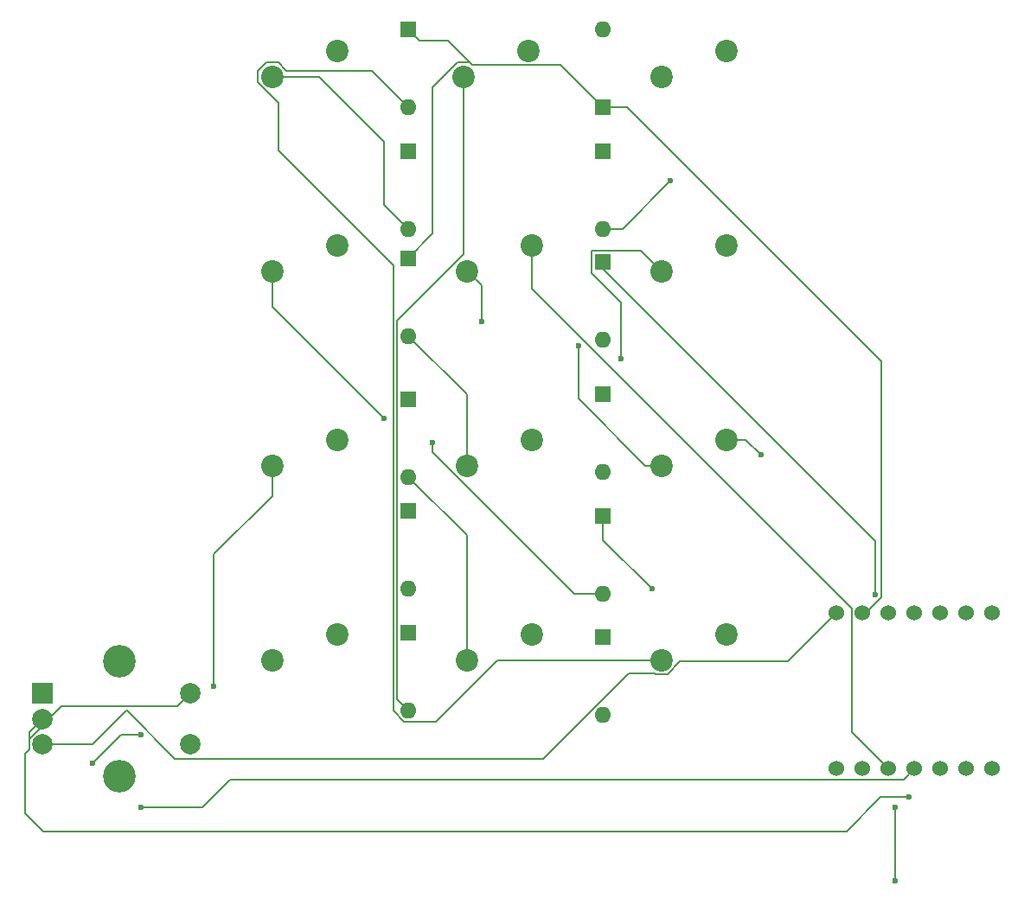
<source format=gbr>
%TF.GenerationSoftware,KiCad,Pcbnew,8.0.8*%
%TF.CreationDate,2025-02-18T21:29:08-08:00*%
%TF.ProjectId,Turtlepad,54757274-6c65-4706-9164-2e6b69636164,rev?*%
%TF.SameCoordinates,Original*%
%TF.FileFunction,Copper,L2,Bot*%
%TF.FilePolarity,Positive*%
%FSLAX46Y46*%
G04 Gerber Fmt 4.6, Leading zero omitted, Abs format (unit mm)*
G04 Created by KiCad (PCBNEW 8.0.8) date 2025-02-18 21:29:08*
%MOMM*%
%LPD*%
G01*
G04 APERTURE LIST*
%TA.AperFunction,ComponentPad*%
%ADD10C,2.200000*%
%TD*%
%TA.AperFunction,ComponentPad*%
%ADD11C,1.524000*%
%TD*%
%TA.AperFunction,ComponentPad*%
%ADD12R,2.000000X2.000000*%
%TD*%
%TA.AperFunction,ComponentPad*%
%ADD13C,2.000000*%
%TD*%
%TA.AperFunction,ComponentPad*%
%ADD14C,3.200000*%
%TD*%
%TA.AperFunction,ComponentPad*%
%ADD15R,1.600000X1.600000*%
%TD*%
%TA.AperFunction,ComponentPad*%
%ADD16O,1.600000X1.600000*%
%TD*%
%TA.AperFunction,ViaPad*%
%ADD17C,0.600000*%
%TD*%
%TA.AperFunction,Conductor*%
%ADD18C,0.200000*%
%TD*%
G04 APERTURE END LIST*
D10*
%TO.P,SW8,1,1*%
%TO.N,Net-(U1-GPIO2{slash}SCK)*%
X131127500Y-68738750D03*
%TO.P,SW8,2,2*%
%TO.N,Net-(D6-A)*%
X124777500Y-71278750D03*
%TD*%
%TO.P,SW3,1,1*%
%TO.N,Net-(U1-GPIO1{slash}RX)*%
X93027500Y-87788750D03*
%TO.P,SW3,2,2*%
%TO.N,Net-(D4-A)*%
X86677500Y-90328750D03*
%TD*%
%TO.P,SW12,1,1*%
%TO.N,Net-(U1-GPIO1{slash}RX)*%
X93027500Y-106838750D03*
%TO.P,SW12,2,2*%
%TO.N,Net-(D12-A)*%
X86677500Y-109378750D03*
%TD*%
%TO.P,SW10,1,1*%
%TO.N,unconnected-(SW10-Pad1)*%
X131127500Y-106838750D03*
%TO.P,SW10,2,2*%
%TO.N,Net-(D13-A)*%
X124777500Y-109378750D03*
%TD*%
%TO.P,SW7,1,1*%
%TO.N,Net-(U1-GPIO2{slash}SCK)*%
X131127500Y-49688750D03*
%TO.P,SW7,2,2*%
%TO.N,Net-(D3-A)*%
X124777500Y-52228750D03*
%TD*%
%TO.P,SW5,1,1*%
%TO.N,Net-(U1-GPIO4{slash}MISO)*%
X112077500Y-68738750D03*
%TO.P,SW5,2,2*%
%TO.N,Net-(D8-A)*%
X105727500Y-71278750D03*
%TD*%
D11*
%TO.P,U1,1,GPIO26/ADC0/A0*%
%TO.N,Net-(U1-GPIO26{slash}ADC0{slash}A0)*%
X157162500Y-104775000D03*
%TO.P,U1,2,GPIO27/ADC1/A1*%
%TO.N,Net-(D1-DIN)*%
X154622500Y-104775000D03*
%TO.P,U1,3,GPIO28/ADC2/A2*%
%TO.N,Net-(D2-K)*%
X152082500Y-104775000D03*
%TO.P,U1,4,GPIO29/ADC3/A3*%
%TO.N,Net-(D5-K)*%
X149542500Y-104775000D03*
%TO.P,U1,5,GPIO6/SDA*%
%TO.N,Net-(D10-K)*%
X147002500Y-104775000D03*
%TO.P,U1,6,GPIO7/SCL*%
%TO.N,Net-(D11-K)*%
X144462500Y-104775000D03*
%TO.P,U1,7,GPIO0/TX*%
%TO.N,Net-(U1-GPIO0{slash}TX)*%
X141922500Y-104775000D03*
%TO.P,U1,8,GPIO1/RX*%
%TO.N,Net-(U1-GPIO1{slash}RX)*%
X141922500Y-120015000D03*
%TO.P,U1,9,GPIO2/SCK*%
%TO.N,Net-(U1-GPIO2{slash}SCK)*%
X144462500Y-120015000D03*
%TO.P,U1,10,GPIO4/MISO*%
%TO.N,Net-(U1-GPIO4{slash}MISO)*%
X147002500Y-120015000D03*
%TO.P,U1,11,GPIO3/MOSI*%
%TO.N,Net-(U1-GPIO3{slash}MOSI)*%
X149542500Y-120015000D03*
%TO.P,U1,12,3V3*%
%TO.N,unconnected-(U1-3V3-Pad12)*%
X152082500Y-120015000D03*
%TO.P,U1,13,GND*%
%TO.N,+5V*%
X154622500Y-120015000D03*
%TO.P,U1,14,VBUS*%
X157162500Y-120015000D03*
%TD*%
D10*
%TO.P,SW4,1,1*%
%TO.N,Net-(U1-GPIO1{slash}RX)*%
X111760000Y-49688750D03*
%TO.P,SW4,2,2*%
%TO.N,Net-(D7-A)*%
X105410000Y-52228750D03*
%TD*%
%TO.P,SW11,1,1*%
%TO.N,Net-(U1-GPIO2{slash}SCK)*%
X112077500Y-106838750D03*
%TO.P,SW11,2,2*%
%TO.N,Net-(D9-A)*%
X105727500Y-109378750D03*
%TD*%
%TO.P,SW9,1,1*%
%TO.N,Net-(U1-GPIO1{slash}RX)*%
X131127500Y-87788750D03*
%TO.P,SW9,2,2*%
%TO.N,Net-(D10-A)*%
X124777500Y-90328750D03*
%TD*%
%TO.P,SW1,1,1*%
%TO.N,Net-(U1-GPIO4{slash}MISO)*%
X93027500Y-49688750D03*
%TO.P,SW1,2,2*%
%TO.N,Net-(D2-A)*%
X86677500Y-52228750D03*
%TD*%
%TO.P,SW6,1,1*%
%TO.N,Net-(U1-GPIO2{slash}SCK)*%
X112077500Y-87788750D03*
%TO.P,SW6,2,2*%
%TO.N,Net-(D11-A)*%
X105727500Y-90328750D03*
%TD*%
%TO.P,SW2,1,1*%
%TO.N,Net-(U1-GPIO4{slash}MISO)*%
X93027500Y-68738750D03*
%TO.P,SW2,2,2*%
%TO.N,Net-(D5-A)*%
X86677500Y-71278750D03*
%TD*%
D12*
%TO.P,SW15,A,A*%
%TO.N,Net-(U1-GPIO26{slash}ADC0{slash}A0)*%
X64187500Y-112637500D03*
D13*
%TO.P,SW15,B,B*%
%TO.N,Net-(U1-GPIO0{slash}TX)*%
X64187500Y-117637500D03*
%TO.P,SW15,C,C*%
%TO.N,+5V*%
X64187500Y-115137500D03*
D14*
%TO.P,SW15,MP*%
%TO.N,N/C*%
X71687500Y-109537500D03*
X71687500Y-120737500D03*
D13*
%TO.P,SW15,S1,S1*%
%TO.N,Net-(U1-GPIO3{slash}MOSI)*%
X78687500Y-117637500D03*
%TO.P,SW15,S2,S2*%
%TO.N,+5V*%
X78687500Y-112637500D03*
%TD*%
D15*
%TO.P,D9,1,K*%
%TO.N,Net-(D10-K)*%
X100012500Y-83820000D03*
D16*
%TO.P,D9,2,A*%
%TO.N,Net-(D9-A)*%
X100012500Y-91440000D03*
%TD*%
D15*
%TO.P,D11,1,K*%
%TO.N,Net-(D11-K)*%
X100012500Y-70008750D03*
D16*
%TO.P,D11,2,A*%
%TO.N,Net-(D11-A)*%
X100012500Y-77628750D03*
%TD*%
D15*
%TO.P,D3,1,K*%
%TO.N,Net-(D2-K)*%
X119062500Y-59531250D03*
D16*
%TO.P,D3,2,A*%
%TO.N,Net-(D3-A)*%
X119062500Y-67151250D03*
%TD*%
D15*
%TO.P,D7,1,K*%
%TO.N,Net-(D5-K)*%
X100012500Y-106680000D03*
D16*
%TO.P,D7,2,A*%
%TO.N,Net-(D7-A)*%
X100012500Y-114300000D03*
%TD*%
D15*
%TO.P,D6,1,K*%
%TO.N,Net-(D5-K)*%
X119062500Y-83343750D03*
D16*
%TO.P,D6,2,A*%
%TO.N,Net-(D6-A)*%
X119062500Y-90963750D03*
%TD*%
D15*
%TO.P,D12,1,K*%
%TO.N,Net-(D11-K)*%
X119062500Y-55245000D03*
D16*
%TO.P,D12,2,A*%
%TO.N,Net-(D12-A)*%
X119062500Y-47625000D03*
%TD*%
D15*
%TO.P,D10,1,K*%
%TO.N,Net-(D10-K)*%
X119062500Y-70356250D03*
D16*
%TO.P,D10,2,A*%
%TO.N,Net-(D10-A)*%
X119062500Y-77976250D03*
%TD*%
D15*
%TO.P,D8,1,K*%
%TO.N,Net-(D10-K)*%
X100012500Y-94773750D03*
D16*
%TO.P,D8,2,A*%
%TO.N,Net-(D8-A)*%
X100012500Y-102393750D03*
%TD*%
D15*
%TO.P,D4,1,K*%
%TO.N,Net-(D2-K)*%
X119062500Y-107156250D03*
D16*
%TO.P,D4,2,A*%
%TO.N,Net-(D4-A)*%
X119062500Y-114776250D03*
%TD*%
D15*
%TO.P,D5,1,K*%
%TO.N,Net-(D5-K)*%
X119062500Y-95250000D03*
D16*
%TO.P,D5,2,A*%
%TO.N,Net-(D5-A)*%
X119062500Y-102870000D03*
%TD*%
D15*
%TO.P,D13,1,K*%
%TO.N,Net-(D11-K)*%
X100012500Y-47625000D03*
D16*
%TO.P,D13,2,A*%
%TO.N,Net-(D13-A)*%
X100012500Y-55245000D03*
%TD*%
D15*
%TO.P,D2,1,K*%
%TO.N,Net-(D2-K)*%
X100012500Y-59531250D03*
D16*
%TO.P,D2,2,A*%
%TO.N,Net-(D2-A)*%
X100012500Y-67151250D03*
%TD*%
D17*
%TO.N,+5V*%
X149027467Y-122833717D03*
X147637500Y-130968750D03*
X147637500Y-123825000D03*
%TO.N,Net-(D3-A)*%
X125678015Y-62440735D03*
%TO.N,Net-(D4-A)*%
X80962500Y-111918750D03*
%TO.N,Net-(D5-A)*%
X102393750Y-88106250D03*
X97631250Y-85725000D03*
%TO.N,Net-(D5-K)*%
X123825000Y-102393750D03*
%TO.N,Net-(D6-A)*%
X120843750Y-79871028D03*
%TO.N,Net-(D8-A)*%
X107156250Y-76200000D03*
%TO.N,Net-(D10-K)*%
X145724500Y-102993750D03*
%TO.N,Net-(D10-A)*%
X116681250Y-78581250D03*
%TO.N,Net-(U1-GPIO1{slash}RX)*%
X134540625Y-89296875D03*
%TO.N,Net-(U1-GPIO3{slash}MOSI)*%
X73818750Y-116681250D03*
X69056250Y-119475981D03*
X73818750Y-123825000D03*
%TD*%
D18*
%TO.N,+5V*%
X62887500Y-117099022D02*
X62887500Y-118175978D01*
X78687500Y-112637500D02*
X77387500Y-113937500D01*
X62512500Y-124425000D02*
X64293750Y-126206250D01*
X64187500Y-115137500D02*
X62887500Y-116437500D01*
X66049022Y-113937500D02*
X62887500Y-117099022D01*
X62512500Y-118550978D02*
X62512500Y-124425000D01*
X64293750Y-126206250D02*
X142875000Y-126206250D01*
X62887500Y-116437500D02*
X62887500Y-118175978D01*
X142875000Y-126206250D02*
X146247533Y-122833717D01*
X147637500Y-130968750D02*
X147637500Y-123825000D01*
X77387500Y-113937500D02*
X66049022Y-113937500D01*
X146247533Y-122833717D02*
X149027467Y-122833717D01*
X62887500Y-118175978D02*
X62512500Y-118550978D01*
%TO.N,Net-(D2-A)*%
X97631250Y-58589098D02*
X97631250Y-64770000D01*
X91270902Y-52228750D02*
X97631250Y-58589098D01*
X97631250Y-64770000D02*
X100012500Y-67151250D01*
X86677500Y-52228750D02*
X91270902Y-52228750D01*
%TO.N,Net-(D3-A)*%
X125678015Y-62440735D02*
X120967500Y-67151250D01*
X120967500Y-67151250D02*
X119062500Y-67151250D01*
%TO.N,Net-(D4-A)*%
X86677500Y-93295806D02*
X86677500Y-90328750D01*
X80962500Y-111918750D02*
X80962500Y-99010806D01*
X80962500Y-99010806D02*
X86677500Y-93295806D01*
%TO.N,Net-(D5-A)*%
X102393750Y-89048402D02*
X102393750Y-88106250D01*
X119062500Y-102870000D02*
X116215348Y-102870000D01*
X116215348Y-102870000D02*
X102393750Y-89048402D01*
X86677500Y-74771250D02*
X86677500Y-71278750D01*
X97631250Y-85725000D02*
X86677500Y-74771250D01*
%TO.N,Net-(D5-K)*%
X119062500Y-97631250D02*
X119062500Y-95250000D01*
X123825000Y-102393750D02*
X119062500Y-97631250D01*
%TO.N,Net-(D6-A)*%
X122755000Y-69256250D02*
X124777500Y-71278750D01*
X117962500Y-71456250D02*
X117962500Y-69256250D01*
X120843750Y-74337500D02*
X117962500Y-71456250D01*
X120843750Y-79871028D02*
X120843750Y-74337500D01*
X117962500Y-69256250D02*
X122755000Y-69256250D01*
%TO.N,Net-(D7-A)*%
X98912500Y-76113851D02*
X98912500Y-113200000D01*
X105410000Y-52228750D02*
X105410000Y-69616351D01*
X98912500Y-113200000D02*
X100012500Y-114300000D01*
X105410000Y-69616351D02*
X98912500Y-76113851D01*
%TO.N,Net-(D8-A)*%
X107156250Y-72707500D02*
X105727500Y-71278750D01*
X107156250Y-76200000D02*
X107156250Y-72707500D01*
%TO.N,Net-(D10-K)*%
X145724500Y-97732806D02*
X119062500Y-71070806D01*
X145724500Y-102993750D02*
X145724500Y-97732806D01*
X119062500Y-71070806D02*
X119062500Y-70356250D01*
%TO.N,Net-(D9-A)*%
X105727500Y-109378750D02*
X105727500Y-97155000D01*
X105727500Y-97155000D02*
X100012500Y-91440000D01*
%TO.N,Net-(D10-A)*%
X124777500Y-90328750D02*
X123221866Y-90328750D01*
X116681250Y-83788134D02*
X116681250Y-78581250D01*
X123221866Y-90328750D02*
X116681250Y-83788134D01*
%TO.N,Net-(D11-A)*%
X105727500Y-83343750D02*
X105727500Y-90328750D01*
X100012500Y-77628750D02*
X105727500Y-83343750D01*
%TO.N,Net-(D11-K)*%
X146324500Y-103242279D02*
X146324500Y-80125750D01*
X102393750Y-53265101D02*
X102393750Y-67627500D01*
X114906250Y-51088750D02*
X106249899Y-51088750D01*
X103886149Y-48725000D02*
X106249899Y-51088750D01*
X144462500Y-104775000D02*
X144791779Y-104775000D01*
X104830101Y-50828750D02*
X102393750Y-53265101D01*
X119062500Y-55245000D02*
X114906250Y-51088750D01*
X102393750Y-67627500D02*
X100012500Y-70008750D01*
X146324500Y-80125750D02*
X121443750Y-55245000D01*
X105989899Y-50828750D02*
X104830101Y-50828750D01*
X106249899Y-51088750D02*
X105989899Y-50828750D01*
X121443750Y-55245000D02*
X119062500Y-55245000D01*
X144791779Y-104775000D02*
X146324500Y-103242279D01*
X101112500Y-48725000D02*
X103886149Y-48725000D01*
X100012500Y-47625000D02*
X101112500Y-48725000D01*
%TO.N,Net-(D13-A)*%
X108694556Y-109378750D02*
X124777500Y-109378750D01*
X99556865Y-115400000D02*
X102673306Y-115400000D01*
X87257399Y-54788548D02*
X87257399Y-59453649D01*
X88077500Y-51648851D02*
X87257399Y-50828750D01*
X85277500Y-51648851D02*
X85277500Y-52808649D01*
X86097601Y-50828750D02*
X85277500Y-51648851D01*
X100012500Y-55245000D02*
X96416351Y-51648851D01*
X102673306Y-115400000D02*
X108694556Y-109378750D01*
X98512500Y-114355635D02*
X99556865Y-115400000D01*
X96416351Y-51648851D02*
X88077500Y-51648851D01*
X87257399Y-50828750D02*
X86097601Y-50828750D01*
X87257399Y-59453649D02*
X98512500Y-70708750D01*
X98512500Y-70708750D02*
X98512500Y-114355635D01*
X85277500Y-52808649D02*
X87257399Y-54788548D01*
%TO.N,Net-(U1-GPIO4{slash}MISO)*%
X112077500Y-68738750D02*
X111918750Y-68897500D01*
X111918750Y-68897500D02*
X111918750Y-69056250D01*
X143400500Y-116413000D02*
X147002500Y-120015000D01*
X112077500Y-68738750D02*
X112077500Y-73035348D01*
X112077500Y-73035348D02*
X143400500Y-104358348D01*
X143400500Y-104358348D02*
X143400500Y-116413000D01*
%TO.N,Net-(U1-GPIO1{slash}RX)*%
X133032500Y-87788750D02*
X131127500Y-87788750D01*
X134540625Y-89296875D02*
X133032500Y-87788750D01*
%TO.N,Net-(U1-GPIO3{slash}MOSI)*%
X79829000Y-123825000D02*
X73818750Y-123825000D01*
X82577000Y-121077000D02*
X79829000Y-123825000D01*
X149542500Y-120015000D02*
X148480500Y-121077000D01*
X71850981Y-116681250D02*
X73818750Y-116681250D01*
X148480500Y-121077000D02*
X82577000Y-121077000D01*
X69056250Y-119475981D02*
X71850981Y-116681250D01*
%TO.N,Net-(U1-GPIO0{slash}TX)*%
X121564365Y-110718750D02*
X113220615Y-119062500D01*
X141922500Y-104775000D02*
X137160000Y-109537500D01*
X125357399Y-110778750D02*
X124197601Y-110778750D01*
X72356250Y-114337500D02*
X69056250Y-117637500D01*
X126598649Y-109537500D02*
X125357399Y-110778750D01*
X124197601Y-110778750D02*
X124137601Y-110718750D01*
X69056250Y-117637500D02*
X64187500Y-117637500D01*
X72431250Y-114337500D02*
X72356250Y-114337500D01*
X137160000Y-109537500D02*
X126598649Y-109537500D01*
X77156250Y-119062500D02*
X72431250Y-114337500D01*
X124137601Y-110718750D02*
X121564365Y-110718750D01*
X113220615Y-119062500D02*
X77156250Y-119062500D01*
%TD*%
M02*

</source>
